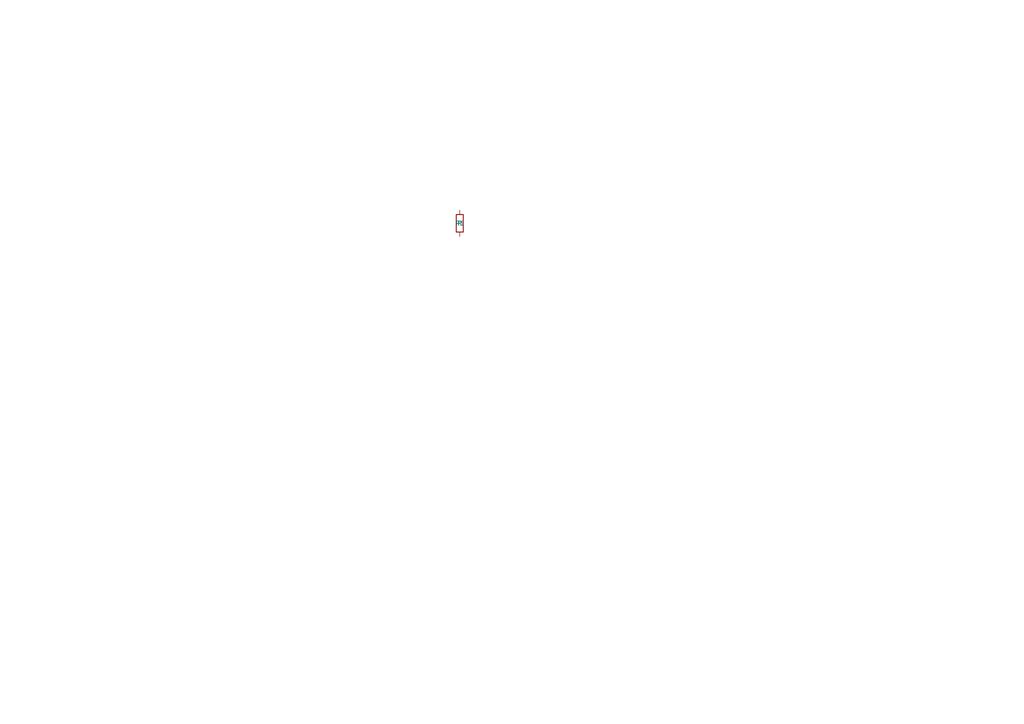
<source format=kicad_sch>
(kicad_sch (version 20231120) (generator "SidYifanOmarNeel") (generator_version "8.0")
  (paper "A4")
  (lib_symbols
    (symbol "Device:R" (pin_numbers hide) (pin_names (offset 0))
      (property "Reference" "R" (at 2.032 0 90))
      (property "Value" "R" (at 0 0 90))
      (symbol "R_0_1"
        (rectangle (start -1.016 -2.54) (end 1.016 2.54) (stroke (width 0.254)))
      )
      (symbol "R_1_1"
        (pin passive line (at 0 3.81 270) (length 1.27) (name "~") (number "1"))
        (pin passive line (at 0 -3.81 90) (length 1.27) (name "~") (number "2"))
      )
    )
  )
  (symbol (lib_id "Device:R") (at 133.35 64.77 0) (unit 1)
    (property "Reference" "R1" (at 133.35 64.77 0))
    (property "Value" "R" (at 133.35 64.77 0))
    (property "Description" "Resistor" (effects (hide yes)))
  )
)
</source>
